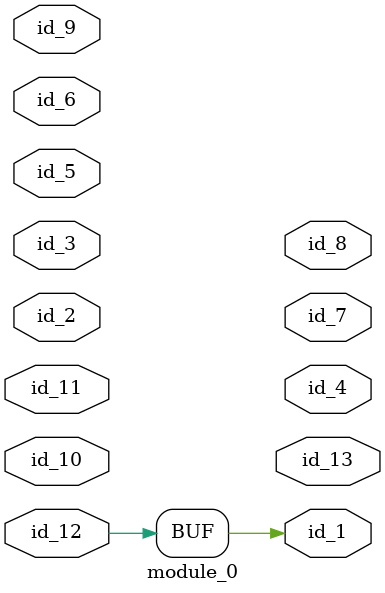
<source format=v>
module module_0 (
    id_1,
    id_2,
    id_3,
    id_4,
    id_5,
    id_6,
    id_7,
    id_8,
    id_9,
    id_10,
    id_11,
    id_12,
    id_13
);
  output id_13;
  inout id_12;
  input id_11;
  input id_10;
  input id_9;
  output id_8;
  output id_7;
  input id_6;
  input id_5;
  output id_4;
  input id_3;
  input id_2;
  output id_1;
  assign id_1 = id_12;
endmodule

</source>
